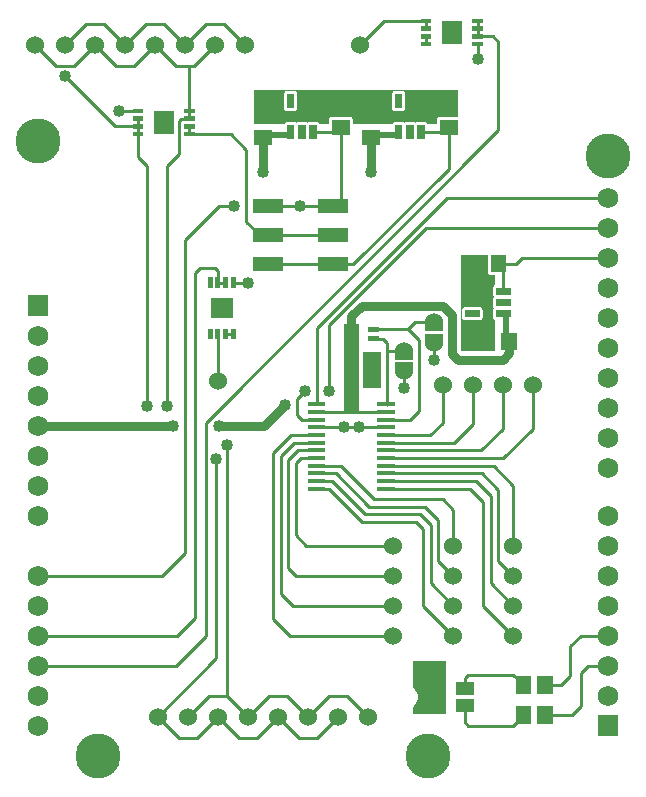
<source format=gbr>
G04 start of page 2 for group 0 idx 0 *
G04 Title: (unknown), component *
G04 Creator: pcb 20140316 *
G04 CreationDate: Mon 26 Dec 2016 03:50:00 AM GMT UTC *
G04 For: railfan *
G04 Format: Gerber/RS-274X *
G04 PCB-Dimensions (mil): 2100.00 2700.00 *
G04 PCB-Coordinate-Origin: lower left *
%MOIN*%
%FSLAX25Y25*%
%LNTOP*%
%ADD32C,0.0630*%
%ADD31C,0.1285*%
%ADD30C,0.0420*%
%ADD29C,0.0380*%
%ADD28C,0.0400*%
%ADD27R,0.0470X0.0470*%
%ADD26R,0.0244X0.0244*%
%ADD25R,0.0430X0.0430*%
%ADD24R,0.0167X0.0167*%
%ADD23R,0.0512X0.0512*%
%ADD22R,0.0300X0.0300*%
%ADD21R,0.0130X0.0130*%
%ADD20R,0.0661X0.0661*%
%ADD19R,0.0120X0.0120*%
%ADD18R,0.0165X0.0165*%
%ADD17C,0.1500*%
%ADD16C,0.0600*%
%ADD15C,0.0680*%
%ADD14C,0.0200*%
%ADD13C,0.0300*%
%ADD12C,0.0100*%
%ADD11C,0.0001*%
G54D11*G36*
X135000Y41500D02*X146000D01*
Y24000D01*
X135000D01*
Y26220D01*
X135394Y26556D01*
X135818Y27053D01*
X136159Y27610D01*
X136409Y28214D01*
X136562Y28849D01*
X136600Y29500D01*
X136562Y30151D01*
X136409Y30786D01*
X136159Y31390D01*
X135818Y31947D01*
X135394Y32444D01*
X135000Y32780D01*
Y41500D01*
G37*
G36*
X154823Y177000D02*X159987D01*
X159984Y176952D01*
X159993Y170891D01*
X160030Y170738D01*
X160090Y170593D01*
X160172Y170458D01*
X160275Y170339D01*
X160394Y170236D01*
X160529Y170154D01*
X160674Y170094D01*
X160827Y170057D01*
X160984Y170048D01*
X162500Y170051D01*
Y166923D01*
X162466Y166914D01*
X162320Y166854D01*
X162186Y166772D01*
X162066Y166670D01*
X161964Y166550D01*
X161882Y166416D01*
X161822Y166270D01*
X161785Y166117D01*
X161776Y165960D01*
X161785Y163363D01*
X161822Y163210D01*
X161882Y163064D01*
X161964Y162930D01*
X162015Y162870D01*
X161964Y162810D01*
X161882Y162676D01*
X161822Y162530D01*
X161785Y162377D01*
X161776Y162220D01*
X161785Y159623D01*
X161822Y159470D01*
X161882Y159324D01*
X161964Y159190D01*
X162015Y159130D01*
X161964Y159070D01*
X161882Y158936D01*
X161822Y158790D01*
X161785Y158637D01*
X161776Y158480D01*
X161785Y155883D01*
X161822Y155730D01*
X161882Y155584D01*
X161964Y155450D01*
X162066Y155330D01*
X162186Y155228D01*
X162320Y155146D01*
X162466Y155086D01*
X162500Y155077D01*
Y145000D01*
X154823D01*
Y155044D01*
X157381Y155049D01*
X157534Y155086D01*
X157680Y155146D01*
X157814Y155228D01*
X157934Y155330D01*
X158036Y155450D01*
X158118Y155584D01*
X158178Y155730D01*
X158215Y155883D01*
X158224Y156040D01*
X158215Y158637D01*
X158178Y158790D01*
X158118Y158936D01*
X158036Y159070D01*
X157934Y159190D01*
X157814Y159292D01*
X157680Y159374D01*
X157534Y159434D01*
X157381Y159471D01*
X157224Y159480D01*
X154823Y159476D01*
Y177000D01*
G37*
G36*
X151000D02*X154823D01*
Y159476D01*
X152265Y159471D01*
X152112Y159434D01*
X151966Y159374D01*
X151832Y159292D01*
X151712Y159190D01*
X151610Y159070D01*
X151528Y158936D01*
X151468Y158790D01*
X151431Y158637D01*
X151422Y158480D01*
X151431Y155883D01*
X151468Y155730D01*
X151528Y155584D01*
X151610Y155450D01*
X151712Y155330D01*
X151832Y155228D01*
X151966Y155146D01*
X152112Y155086D01*
X152265Y155049D01*
X152422Y155040D01*
X154823Y155044D01*
Y145000D01*
X151000D01*
Y177000D01*
G37*
G36*
X118500Y132500D02*Y144500D01*
X124500D01*
Y132500D01*
X118500D01*
G37*
G36*
X112000Y124000D02*Y154000D01*
X114402D01*
X114500Y153992D01*
X114598Y154000D01*
X117000D01*
Y124000D01*
X112000D01*
G37*
G36*
X114000Y231957D02*Y222970D01*
X113952Y222973D01*
X107891Y222964D01*
X107738Y222927D01*
X107593Y222867D01*
X107458Y222785D01*
X107339Y222682D01*
X107236Y222563D01*
X107154Y222428D01*
X107094Y222283D01*
X107057Y222130D01*
X107048Y221973D01*
X107051Y220457D01*
X103923D01*
X103914Y220491D01*
X103854Y220637D01*
X103772Y220771D01*
X103670Y220891D01*
X103550Y220993D01*
X103416Y221075D01*
X103270Y221135D01*
X103117Y221172D01*
X102960Y221182D01*
X100363Y221172D01*
X100210Y221135D01*
X100064Y221075D01*
X99930Y220993D01*
X99870Y220942D01*
X99810Y220993D01*
X99676Y221075D01*
X99530Y221135D01*
X99377Y221172D01*
X99220Y221182D01*
X96623Y221172D01*
X96470Y221135D01*
X96324Y221075D01*
X96190Y220993D01*
X96130Y220942D01*
X96070Y220993D01*
X95936Y221075D01*
X95790Y221135D01*
X95637Y221172D01*
X95480Y221182D01*
X94260Y221177D01*
Y224737D01*
X95637Y224742D01*
X95790Y224779D01*
X95936Y224839D01*
X96070Y224921D01*
X96190Y225023D01*
X96292Y225143D01*
X96374Y225277D01*
X96434Y225423D01*
X96471Y225576D01*
X96480Y225733D01*
X96471Y230692D01*
X96434Y230845D01*
X96374Y230991D01*
X96292Y231125D01*
X96190Y231245D01*
X96070Y231347D01*
X95936Y231429D01*
X95790Y231489D01*
X95637Y231526D01*
X95480Y231536D01*
X94260Y231531D01*
Y231957D01*
X114000D01*
G37*
G36*
X94260Y221177D02*X92883Y221172D01*
X92730Y221135D01*
X92584Y221075D01*
X92450Y220993D01*
X92330Y220891D01*
X92228Y220771D01*
X92146Y220637D01*
X92086Y220491D01*
X92077Y220457D01*
X82000D01*
Y231957D01*
X94260D01*
Y231531D01*
X92883Y231526D01*
X92730Y231489D01*
X92584Y231429D01*
X92450Y231347D01*
X92330Y231245D01*
X92228Y231125D01*
X92146Y230991D01*
X92086Y230845D01*
X92049Y230692D01*
X92040Y230536D01*
X92049Y225576D01*
X92086Y225423D01*
X92146Y225277D01*
X92228Y225143D01*
X92330Y225023D01*
X92450Y224921D01*
X92584Y224839D01*
X92730Y224779D01*
X92883Y224742D01*
X93040Y224733D01*
X94260Y224737D01*
Y221177D01*
G37*
G36*
X150000Y231957D02*Y222970D01*
X149952Y222973D01*
X143891Y222964D01*
X143738Y222927D01*
X143593Y222867D01*
X143458Y222785D01*
X143339Y222682D01*
X143236Y222563D01*
X143154Y222428D01*
X143094Y222283D01*
X143057Y222130D01*
X143048Y221973D01*
X143051Y220457D01*
X139923D01*
X139914Y220491D01*
X139854Y220637D01*
X139772Y220771D01*
X139670Y220891D01*
X139550Y220993D01*
X139416Y221075D01*
X139270Y221135D01*
X139117Y221172D01*
X138960Y221182D01*
X136363Y221172D01*
X136210Y221135D01*
X136064Y221075D01*
X135930Y220993D01*
X135870Y220942D01*
X135810Y220993D01*
X135676Y221075D01*
X135530Y221135D01*
X135377Y221172D01*
X135220Y221182D01*
X132623Y221172D01*
X132470Y221135D01*
X132324Y221075D01*
X132190Y220993D01*
X132130Y220942D01*
X132070Y220993D01*
X131936Y221075D01*
X131790Y221135D01*
X131637Y221172D01*
X131480Y221182D01*
X130260Y221177D01*
Y224737D01*
X131637Y224742D01*
X131790Y224779D01*
X131936Y224839D01*
X132070Y224921D01*
X132190Y225023D01*
X132292Y225143D01*
X132374Y225277D01*
X132434Y225423D01*
X132471Y225576D01*
X132480Y225733D01*
X132471Y230692D01*
X132434Y230845D01*
X132374Y230991D01*
X132292Y231125D01*
X132190Y231245D01*
X132070Y231347D01*
X131936Y231429D01*
X131790Y231489D01*
X131637Y231526D01*
X131480Y231536D01*
X130260Y231531D01*
Y231957D01*
X150000D01*
G37*
G36*
X130260Y221177D02*X128883Y221172D01*
X128730Y221135D01*
X128584Y221075D01*
X128450Y220993D01*
X128330Y220891D01*
X128228Y220771D01*
X128146Y220637D01*
X128086Y220491D01*
X128077Y220457D01*
X118000D01*
Y231957D01*
X130260D01*
Y231531D01*
X128883Y231526D01*
X128730Y231489D01*
X128584Y231429D01*
X128450Y231347D01*
X128330Y231245D01*
X128228Y231125D01*
X128146Y230991D01*
X128086Y230845D01*
X128049Y230692D01*
X128040Y230536D01*
X128049Y225576D01*
X128086Y225423D01*
X128146Y225277D01*
X128228Y225143D01*
X128330Y225023D01*
X128450Y224921D01*
X128584Y224839D01*
X128730Y224779D01*
X128883Y224742D01*
X129040Y224733D01*
X130260Y224737D01*
Y221177D01*
G37*
G36*
X123500Y231957D02*Y220457D01*
X114946D01*
X114943Y222130D01*
X114906Y222283D01*
X114846Y222428D01*
X114764Y222563D01*
X114661Y222682D01*
X114542Y222785D01*
X114407Y222867D01*
X114262Y222927D01*
X114109Y222964D01*
X113952Y222973D01*
X107891Y222964D01*
X107738Y222927D01*
X107593Y222867D01*
X107458Y222785D01*
X107339Y222682D01*
X107236Y222563D01*
X107154Y222428D01*
X107094Y222283D01*
X107057Y222130D01*
X107048Y221973D01*
X107051Y220457D01*
X105500D01*
Y231957D01*
X123500D01*
G37*
G54D12*X122000Y95500D02*X145000D01*
X118000Y88000D02*X136000D01*
X120500Y93000D02*X139000D01*
X143500Y88500D01*
X119000Y90500D02*X137500D01*
X141000Y87000D01*
X136000Y88000D02*X138500Y85500D01*
X102886Y98926D02*X107074D01*
X118000Y88000D01*
X102886Y101485D02*X108015D01*
X119000Y90500D01*
X102886Y104044D02*X109456D01*
X120500Y93000D01*
X110897Y106603D02*X122000Y95500D01*
X96000Y107500D02*Y83500D01*
X99500Y80000D01*
X93500Y108500D02*Y72500D01*
X99500Y80000D02*X128500D01*
Y70000D02*X96000D01*
X93500Y72500D01*
X95000Y60000D02*X128500D01*
X94000Y50000D02*X128500D01*
X91000Y110000D02*Y64000D01*
X95000Y60000D01*
X88500Y111000D02*Y55500D01*
X94000Y50000D01*
X102886Y106603D02*X110897D01*
X102886Y109162D02*X97662D01*
X96000Y107500D01*
X102886Y111721D02*X96721D01*
X93500Y108500D01*
X102886Y114279D02*X95279D01*
X91000Y110000D01*
X102886Y116838D02*X94338D01*
X88500Y111000D01*
X102886Y119397D02*X126114D01*
X102886Y124515D02*X126114D01*
X114500D02*X114457Y124558D01*
X126114Y121956D02*X133956D01*
X137000Y125000D01*
X102886Y121956D02*X98044D01*
X96500Y123500D01*
Y129000D01*
X99000Y131500D01*
X157721Y111721D02*X165000Y119000D01*
X157956Y104044D02*X163500Y98500D01*
X156015Y101485D02*X161000Y96500D01*
X154074Y98926D02*X158500Y94500D01*
X165162Y109162D02*X175000Y119000D01*
X161897Y106603D02*X168500Y100000D01*
X148500Y92000D02*X145000Y95500D01*
X140838Y116838D02*X145000Y121000D01*
X126114Y114279D02*X148779D01*
X155000Y120500D01*
Y133500D01*
X126114Y111721D02*X157721D01*
X126114Y116838D02*X140838D01*
X145000Y121000D02*Y133500D01*
X132000Y138100D02*Y132500D01*
X137000Y125000D02*Y148500D01*
X142000Y142000D02*Y147600D01*
X165000Y119000D02*Y133500D01*
X175000Y119000D02*Y133500D01*
X126114Y109162D02*X165162D01*
X126114Y106603D02*X161897D01*
X126114Y104044D02*X157956D01*
X126114Y101485D02*X156015D01*
X126114Y98926D02*X154074D01*
X168500Y100000D02*Y80000D01*
X163500Y98500D02*Y75000D01*
X168500Y70000D01*
X161000Y96500D02*Y67500D01*
X158500Y94500D02*Y60000D01*
X161000Y67500D02*X168500Y60000D01*
X148500Y80000D02*Y92000D01*
X143500Y88500D02*Y75000D01*
X141000Y87000D02*Y67500D01*
X143500Y75000D02*X148500Y70000D01*
X138500Y85500D02*Y60000D01*
X148500Y50000D01*
X141000Y67500D02*X148500Y60000D01*
X158500D02*X168500Y50000D01*
X179043Y33500D02*X184500D01*
X179043Y23500D02*X188000D01*
X191000Y26500D01*
Y37500D01*
X184500Y33500D02*X187500Y36500D01*
Y46500D01*
X191000Y50000D01*
X200000D01*
X191000Y37500D02*X193500Y40000D01*
X200000D01*
X171957Y33500D02*X168457Y37000D01*
X153500D01*
X152400Y35900D01*
Y32450D01*
Y21100D02*Y26550D01*
X171957Y23500D02*X168457Y20000D01*
X153500D01*
X152400Y21100D01*
X70000Y135000D02*Y150546D01*
X72560D02*X75119D01*
X70000Y167591D02*X72560D01*
X70000D02*Y171500D01*
X73000Y30000D02*Y113500D01*
X69500Y42500D02*Y109000D01*
X64000Y172500D02*X62500Y171000D01*
Y56000D01*
X56500Y50000D01*
X66000Y121000D02*Y50000D01*
X56000Y40000D01*
X59000Y77500D02*Y182000D01*
X46500Y126500D02*Y206500D01*
X43500Y222280D02*Y209500D01*
X57000Y210500D02*X53000Y206500D01*
X46500D02*X43500Y209500D01*
X57780Y222280D02*X57000Y221500D01*
Y210500D01*
X53000Y206500D02*Y126500D01*
X56500Y50000D02*X10000D01*
X56000Y40000D02*X10000D01*
X50000Y23000D02*X57000Y16000D01*
X10000Y70000D02*X51500D01*
X59000Y77500D01*
G54D13*X55000Y120000D02*X10000D01*
G54D12*X57000Y16000D02*X63000D01*
X70000Y23000D01*
X67000Y30000D02*X60000Y23000D01*
X50000D02*X69500Y42500D01*
X70000Y23000D02*X77000Y16000D01*
X83000D02*X90000Y23000D01*
X77000Y16000D02*X83000D01*
X90000Y23000D02*X97000Y16000D01*
X103000D01*
X100000Y23000D02*X93000Y30000D01*
X103000Y16000D02*X110000Y23000D01*
X120000D02*X113000Y30000D01*
X107000D02*X113000D01*
X107000D02*X100000Y23000D01*
X87000Y30000D02*X93000D01*
X87000D02*X80000Y23000D01*
X73000Y30000D01*
X67000D02*X73000D01*
X121848Y148925D02*X125075D01*
X132000Y144900D02*X126500D01*
X121848Y152075D02*X133425D01*
X137000Y148500D01*
X142000Y154400D02*X135825D01*
X133500Y152075D01*
X125075Y148925D02*X126500Y147500D01*
Y127000D01*
X107000Y153500D02*X139500Y186000D01*
X66000Y121000D02*X163500Y218500D01*
X102886Y152386D02*X146500Y196000D01*
G54D13*X148000Y157000D02*X145000Y160000D01*
X118000D01*
G54D12*X147000Y205500D02*X115200Y173700D01*
G54D13*X85000Y215914D02*Y204500D01*
X121000D02*Y215914D01*
G54D12*X102886Y127074D02*Y152386D01*
G54D13*X92500Y127000D02*X85500Y120000D01*
X70500D01*
G54D12*X137740Y217780D02*X147000D01*
G54D14*X121000Y216957D02*X130000D01*
G54D12*X147000Y219414D02*Y205500D01*
X139500Y249720D02*Y247161D01*
X156546D02*Y242280D01*
Y254839D02*Y249720D01*
X139500Y254839D02*Y252280D01*
X156546Y249720D02*X161780D01*
X163500Y248000D01*
Y218500D01*
X139454Y254839D02*X125339D01*
X117500Y247000D01*
X200000Y176000D02*X171500D01*
X200000Y186000D02*X139500D01*
X146500Y196000D02*X200000D01*
X165177Y164740D02*Y174000D01*
X169500D02*X163543D01*
X171500Y176000D02*X169500Y174000D01*
G54D14*X166000Y148000D02*Y157000D01*
G54D13*X167043Y148000D02*Y144043D01*
X165000Y142000D01*
X150000D01*
X148000Y144000D01*
Y157000D01*
G54D12*X70000Y171500D02*X69000Y172500D01*
X107000Y131500D02*Y153500D01*
G54D13*X118000Y160000D02*X114500Y156500D01*
Y150500D01*
G54D12*X101740Y217780D02*X111000D01*
G54D14*X85000Y216957D02*X94000D01*
G54D12*X79500Y188000D02*Y212000D01*
X74339Y217161D01*
X111000Y219414D02*Y194000D01*
X86675Y173700D02*X115200D01*
X108325Y193300D02*X86675D01*
X108325Y183500D02*X84000D01*
X79500Y188000D01*
X79000Y247000D02*X72000Y254000D01*
X66000D02*X72000D01*
X66000D02*X59000Y247000D01*
X52000Y254000D01*
X46000D02*X52000D01*
X46000D02*X39000Y247000D01*
X32000Y254000D01*
X43454Y224839D02*X37000D01*
X43454Y219720D02*X35780D01*
X19000Y236500D01*
X26000Y254000D02*X32000D01*
X26000D02*X19000Y247000D01*
X9000D02*X16000Y240000D01*
X22000D01*
X29000Y247000D01*
X36000Y240000D01*
X42000D01*
X49000Y247000D01*
X56000Y240000D01*
X62000D01*
X69000Y247000D01*
X75119Y167546D02*X80000D01*
X69000Y172500D02*X64000D01*
X59000Y182000D02*X70300Y193300D01*
X75500D01*
X74339Y217161D02*X60546D01*
X60500D02*Y219720D01*
Y222280D02*Y240000D01*
X60546Y222280D02*X57780D01*
G54D11*G36*
X196600Y23400D02*Y16600D01*
X203400D01*
Y23400D01*
X196600D01*
G37*
G54D15*X200000Y30000D03*
Y40000D03*
Y70000D03*
X10000Y130000D03*
Y120000D03*
Y110000D03*
Y100000D03*
G54D16*X70000Y135000D03*
G54D11*G36*
X6600Y163400D02*Y156600D01*
X13400D01*
Y163400D01*
X6600D01*
G37*
G54D15*X10000Y150000D03*
Y140000D03*
Y90000D03*
X200000Y80000D03*
Y90000D03*
Y106000D03*
Y116000D03*
Y126000D03*
Y136000D03*
Y146000D03*
Y156000D03*
Y166000D03*
Y176000D03*
Y186000D03*
Y196000D03*
G54D17*Y210000D03*
G54D15*Y50000D03*
G54D16*X128500D03*
X148500D03*
X168500D03*
G54D15*X200000Y60000D03*
G54D16*X128500D03*
X148500D03*
X168500D03*
G54D17*X140000Y10000D03*
G54D16*X145000Y133500D03*
X155000D03*
X165000D03*
X175000D03*
X128500Y70000D03*
Y80000D03*
X148500Y70000D03*
Y80000D03*
X168500Y70000D03*
Y80000D03*
X120000Y23000D03*
X110000D03*
X100000D03*
X90000D03*
X80000D03*
G54D17*X10000Y215000D03*
G54D16*X117500Y247000D03*
X79000D03*
X69000D03*
X59000D03*
X49000D03*
X39000D03*
X29000D03*
X19000D03*
X9000D03*
G54D15*X10000Y70000D03*
Y60000D03*
Y50000D03*
Y40000D03*
Y30000D03*
Y20000D03*
G54D17*X30000Y10000D03*
G54D16*X70000Y23000D03*
X60000D03*
X50000D03*
G54D18*X67441Y151424D02*Y149577D01*
X70000Y151424D02*Y149577D01*
X72560Y151424D02*Y149577D01*
G54D19*X67441Y151046D02*Y150046D01*
X70000Y151046D02*Y150046D01*
X72560Y151046D02*Y150046D01*
G54D18*X75119Y151424D02*Y149577D01*
G54D19*Y151046D02*Y150046D01*
G54D18*Y168515D02*Y166668D01*
G54D19*Y168046D02*Y167046D01*
G54D18*X72560Y168515D02*Y166668D01*
G54D19*Y168046D02*Y167046D01*
G54D11*G36*
X69312Y161014D02*Y157077D01*
X73248D01*
Y161014D01*
X69312D01*
G37*
G54D20*X70886Y159046D02*X71674D01*
G54D18*X70000Y168515D02*Y166668D01*
X67441Y168515D02*Y166668D01*
G54D19*X70000Y168046D02*Y167046D01*
X67441Y168046D02*Y167046D01*
G54D21*X100583Y127074D02*X105189D01*
X100583Y124515D02*X105189D01*
X100583Y121956D02*X105189D01*
X100583Y119397D02*X105189D01*
X100583Y116838D02*X105189D01*
X100583Y114279D02*X105189D01*
X100583Y111721D02*X105189D01*
X100583Y109162D02*X105189D01*
X100583Y106603D02*X105189D01*
X123811D02*X128417D01*
X100583Y104044D02*X105189D01*
X123811D02*X128417D01*
X100583Y101485D02*X105189D01*
X100583Y98926D02*X105189D01*
X123811D02*X128417D01*
X123811Y101485D02*X128417D01*
X123811Y109162D02*X128417D01*
X123811Y111721D02*X128417D01*
X123811Y114279D02*X128417D01*
X123811Y116838D02*X128417D01*
X123811Y119397D02*X128417D01*
X123811Y121956D02*X128417D01*
X123811Y124515D02*X128417D01*
X123811Y127074D02*X128417D01*
G54D16*X132000Y138100D03*
G54D22*X130500Y139600D02*X133500D01*
G54D23*X114457Y136393D02*Y135607D01*
X121543Y136393D02*Y135607D01*
G54D16*X132000Y144900D03*
G54D22*X130500Y143400D02*X133500D01*
G54D24*X120913Y148925D02*X122783D01*
X120913Y152075D02*X122783D01*
X114217D02*X116087D01*
X114217Y148925D02*X116087D01*
G54D16*X142000Y147600D03*
G54D22*X140500Y149100D02*X143500D01*
G54D16*X142000Y154400D03*
G54D22*X140500Y152900D02*X143500D01*
G54D25*X139800Y32450D02*X141400D01*
X139800Y26550D02*X141400D01*
X151600Y32450D02*X153200D01*
X151600Y26550D02*X153200D01*
G54D23*X171957Y23893D02*Y23107D01*
X179043Y23893D02*Y23107D01*
X171957Y33893D02*Y33107D01*
X179043Y33893D02*Y33107D01*
X163543Y174393D02*Y173607D01*
X156457Y174393D02*Y173607D01*
G54D26*X153642Y164740D02*X156004D01*
X153642Y161000D02*X156004D01*
X153642Y157260D02*X156004D01*
X163996D02*X166358D01*
X163996Y161000D02*X166358D01*
X163996Y164740D02*X166358D01*
G54D23*X167043Y148393D02*Y147607D01*
X159957Y148393D02*Y147607D01*
X110607Y219414D02*X111393D01*
G54D27*X105750Y173700D02*X110900D01*
X105750Y183500D02*X110900D01*
X105750Y193300D02*X110900D01*
G54D23*X110607Y226500D02*X111393D01*
G54D26*X101740Y229315D02*Y226953D01*
X98000Y229315D02*Y226953D01*
X94260Y229315D02*Y226953D01*
X101740Y218961D02*Y216599D01*
X94260Y218961D02*Y216599D01*
X98000Y218961D02*Y216599D01*
G54D23*X84607Y215914D02*X85393D01*
X84607Y223000D02*X85393D01*
G54D27*X84100Y173700D02*X89250D01*
X84100Y183500D02*X89250D01*
X84100Y193300D02*X89250D01*
G54D23*X120607Y215914D02*X121393D01*
X120607Y223000D02*X121393D01*
X146607Y219414D02*X147393D01*
X146607Y226500D02*X147393D01*
G54D26*X137740Y229315D02*Y226953D01*
X134000Y229315D02*Y226953D01*
X130260Y229315D02*Y226953D01*
Y218961D02*Y216599D01*
X134000Y218961D02*Y216599D01*
X137740Y218961D02*Y216599D01*
G54D18*X59622Y217161D02*X61469D01*
G54D19*X60000D02*X61000D01*
G54D18*X59622Y219720D02*X61469D01*
G54D19*X60000D02*X61000D01*
G54D18*X59622Y222280D02*X61469D01*
X59622Y224839D02*X61469D01*
G54D19*X60000Y222280D02*X61000D01*
X60000Y224839D02*X61000D01*
G54D18*X42531D02*X44378D01*
X42531Y222280D02*X44378D01*
X42531Y219720D02*X44378D01*
G54D19*X43000Y224839D02*X44000D01*
X43000Y222280D02*X44000D01*
X43000Y219720D02*X44000D01*
G54D18*X42531Y217161D02*X44378D01*
G54D19*X43000D02*X44000D01*
G54D11*G36*
X50032Y222968D02*Y219032D01*
X53968D01*
Y222968D01*
X50032D01*
G37*
G54D20*X52000Y221394D02*Y220606D01*
G54D18*X138531Y254839D02*X140378D01*
G54D19*X139000D02*X140000D01*
G54D18*X138531Y252280D02*X140378D01*
G54D19*X139000D02*X140000D01*
G54D18*X138531Y249720D02*X140378D01*
X138531Y247161D02*X140378D01*
G54D19*X139000Y249720D02*X140000D01*
X139000Y247161D02*X140000D01*
G54D18*X155622D02*X157469D01*
X155622Y249720D02*X157469D01*
X155622Y252280D02*X157469D01*
G54D19*X156000Y247161D02*X157000D01*
X156000Y249720D02*X157000D01*
X156000Y252280D02*X157000D01*
G54D18*X155622Y254839D02*X157469D01*
G54D19*X156000D02*X157000D01*
G54D11*G36*
X146032Y252968D02*Y249032D01*
X149968D01*
Y252968D01*
X146032D01*
G37*
G54D20*X148000Y251394D02*Y250606D01*
G54D28*X107000Y131500D03*
X112000Y119500D03*
X117000D03*
X114500Y127000D03*
X121500Y141500D03*
X114500Y144000D03*
X121000Y204500D03*
X92000Y222957D03*
X104000D03*
X128000D03*
X140000D03*
X37000Y224839D03*
X19000Y236500D03*
X99000Y131500D03*
X80000Y167546D03*
X92500Y127000D03*
X85000Y204500D03*
X75500Y193300D03*
X97500D03*
X70500Y120000D03*
X69500Y109000D03*
X73000Y113500D03*
X55000Y120000D03*
X53000Y126500D03*
X46500D03*
X160000Y155000D03*
Y167000D03*
X132000Y132500D03*
X142000Y142000D03*
X156546Y242280D03*
X138000Y38500D03*
X143000D03*
G54D14*G54D29*G54D30*G54D29*G54D31*G54D29*G54D30*G54D29*G54D30*G54D31*G54D30*G54D32*G54D30*G54D31*G54D30*G54D29*G54D31*G54D30*M02*

</source>
